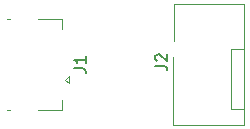
<source format=gbr>
G04 #@! TF.GenerationSoftware,KiCad,Pcbnew,(5.1.5)-3*
G04 #@! TF.CreationDate,2020-03-05T14:29:52+00:00*
G04 #@! TF.ProjectId,test pieces,74657374-2070-4696-9563-65732e6b6963,rev?*
G04 #@! TF.SameCoordinates,PX8879670PY8a8eb40*
G04 #@! TF.FileFunction,Legend,Top*
G04 #@! TF.FilePolarity,Positive*
%FSLAX46Y46*%
G04 Gerber Fmt 4.6, Leading zero omitted, Abs format (unit mm)*
G04 Created by KiCad (PCBNEW (5.1.5)-3) date 2020-03-05 14:29:52*
%MOMM*%
%LPD*%
G04 APERTURE LIST*
%ADD10C,0.120000*%
%ADD11C,0.150000*%
G04 APERTURE END LIST*
D10*
X4286400Y11998000D02*
X4036400Y11998000D01*
X4286400Y4258000D02*
X4036400Y4258000D01*
X8756400Y5128000D02*
X8756400Y4258000D01*
X8756400Y11998000D02*
X6686400Y11998000D01*
X8756400Y4258000D02*
X6686400Y4258000D01*
X8756400Y11998000D02*
X8756400Y11128000D01*
X8986400Y6828000D02*
X9286400Y7128000D01*
X8986400Y6828000D02*
X9286400Y6528000D01*
X9286400Y7128000D02*
X9286400Y6528000D01*
X23016400Y9398000D02*
X24026400Y9398000D01*
X23016400Y4318000D02*
X23016400Y9398000D01*
X24026400Y4318000D02*
X23016400Y4318000D01*
X24126400Y2968000D02*
X18126400Y2968000D01*
X24126400Y13268000D02*
X24126400Y2968000D01*
X18176400Y13268000D02*
X24126400Y13268000D01*
X18176400Y10068000D02*
X18176400Y13268000D01*
X18126400Y2968000D02*
X18126400Y8718000D01*
D11*
X9738780Y7794667D02*
X10453066Y7794667D01*
X10595923Y7747048D01*
X10691161Y7651810D01*
X10738780Y7508953D01*
X10738780Y7413715D01*
X10738780Y8794667D02*
X10738780Y8223239D01*
X10738780Y8508953D02*
X9738780Y8508953D01*
X9881638Y8413715D01*
X9976876Y8318477D01*
X10024495Y8223239D01*
X16628780Y7984667D02*
X17343066Y7984667D01*
X17485923Y7937048D01*
X17581161Y7841810D01*
X17628780Y7698953D01*
X17628780Y7603715D01*
X16724019Y8413239D02*
X16676400Y8460858D01*
X16628780Y8556096D01*
X16628780Y8794191D01*
X16676400Y8889429D01*
X16724019Y8937048D01*
X16819257Y8984667D01*
X16914495Y8984667D01*
X17057352Y8937048D01*
X17628780Y8365620D01*
X17628780Y8984667D01*
M02*

</source>
